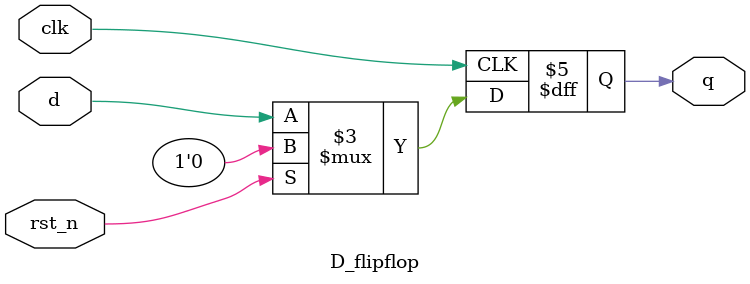
<source format=v>
`timescale 1ns / 1ps

//module D_FF(d,en,q,qb);
//input d,en; 
//output q,qb;
//wire dd,sb,rb;
//not G3(dd,d); 
//nand G4(sb,d,en);
//nand G5(rb,dd,en);
//sbrbff d_latch(sb,rb,q,qb);
//endmodule



module D_flipflop (
  input clk, rst_n,
  input d,
  output reg q
  );
  
  always@(posedge clk) begin
    if(rst_n) q <= 0;
    else       q <= d;
  end
  
endmodule
</source>
